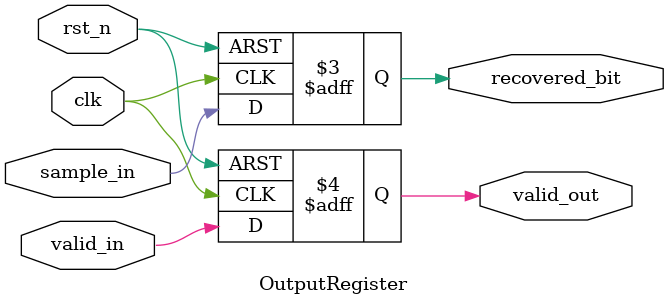
<source format=sv>
module EyeSampling_Pipelined #(
    parameter SAMPLE_OFFSET = 3
) (
    input  wire clk,
    input  wire rst_n,
    input  wire serial_in,
    input  wire start,
    output wire recovered_bit,
    output wire valid_out
);

    // Internal signals connecting submodules
    wire [7:0] shift_reg_data;
    wire       valid_stage1;
    wire       sample_stage2;
    wire       valid_stage2;

    // Stage 1: Shift Register Input Sampling
    ShiftRegisterSampler u_shift_register_sampler (
        .clk            (clk),
        .rst_n          (rst_n),
        .serial_in      (serial_in),
        .start          (start),
        .shift_reg_data (shift_reg_data),
        .valid_out      (valid_stage1)
    );

    // Stage 2: Sample Extraction
    SampleExtractor #(
        .SAMPLE_OFFSET(SAMPLE_OFFSET)
    ) u_sample_extractor (
        .clk           (clk),
        .rst_n         (rst_n),
        .shift_reg_in  (shift_reg_data),
        .valid_in      (valid_stage1),
        .sample_out    (sample_stage2),
        .valid_out     (valid_stage2)
    );

    // Stage 3: Output Register
    OutputRegister u_output_register (
        .clk           (clk),
        .rst_n         (rst_n),
        .sample_in     (sample_stage2),
        .valid_in      (valid_stage2),
        .recovered_bit (recovered_bit),
        .valid_out     (valid_out)
    );

endmodule

// -----------------------------------------------------------------------------
// ShiftRegisterSampler
//   - Samples serial input into an 8-bit shift register on each 'start' pulse.
//   - Outputs current shift register value and valid signal.
// -----------------------------------------------------------------------------
module ShiftRegisterSampler (
    input  wire       clk,
    input  wire       rst_n,
    input  wire       serial_in,
    input  wire       start,
    output reg [7:0]  shift_reg_data,
    output reg        valid_out
);
    always @(posedge clk or negedge rst_n) begin
        if (!rst_n) begin
            shift_reg_data <= 8'b0;
            valid_out      <= 1'b0;
        end else if (start) begin
            shift_reg_data <= {shift_reg_data[6:0], serial_in};
            valid_out      <= 1'b1;
        end else begin
            valid_out      <= 1'b0;
        end
    end
endmodule

// -----------------------------------------------------------------------------
// SampleExtractor
//   - Extracts a sampled bit from the shift register at SAMPLE_OFFSET.
//   - Passes through the valid signal.
//   - Parameterized by SAMPLE_OFFSET for flexibility.
// -----------------------------------------------------------------------------
module SampleExtractor #(
    parameter SAMPLE_OFFSET = 3
) (
    input  wire      clk,
    input  wire      rst_n,
    input  wire [7:0] shift_reg_in,
    input  wire      valid_in,
    output reg       sample_out,
    output reg       valid_out
);
    always @(posedge clk or negedge rst_n) begin
        if (!rst_n) begin
            sample_out <= 1'b0;
            valid_out  <= 1'b0;
        end else begin
            sample_out <= shift_reg_in[SAMPLE_OFFSET];
            valid_out  <= valid_in;
        end
    end
endmodule

// -----------------------------------------------------------------------------
// OutputRegister
//   - Registers the final recovered bit and valid signal for output.
// -----------------------------------------------------------------------------
module OutputRegister (
    input  wire clk,
    input  wire rst_n,
    input  wire sample_in,
    input  wire valid_in,
    output reg  recovered_bit,
    output reg  valid_out
);
    always @(posedge clk or negedge rst_n) begin
        if (!rst_n) begin
            recovered_bit <= 1'b0;
            valid_out     <= 1'b0;
        end else begin
            recovered_bit <= sample_in;
            valid_out     <= valid_in;
        end
    end
endmodule
</source>
